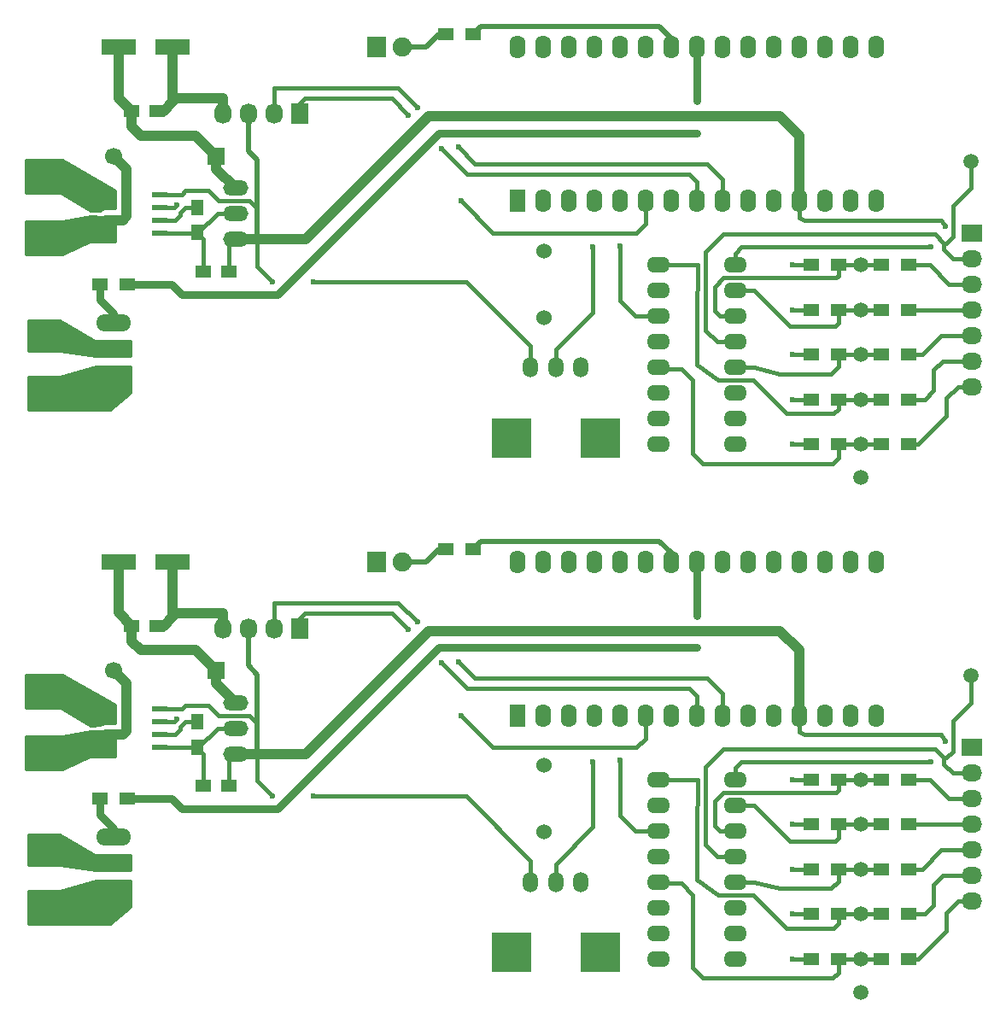
<source format=gbr>
G04 #@! TF.FileFunction,Copper,L1,Top,Signal*
%FSLAX46Y46*%
G04 Gerber Fmt 4.6, Leading zero omitted, Abs format (unit mm)*
G04 Created by KiCad (PCBNEW 4.0.4-stable) date 11/17/16 13:37:45*
%MOMM*%
%LPD*%
G01*
G04 APERTURE LIST*
%ADD10C,0.100000*%
%ADD11C,1.500000*%
%ADD12R,1.500000X1.300000*%
%ADD13R,3.000000X3.000000*%
%ADD14C,1.524000*%
%ADD15O,2.300000X1.600000*%
%ADD16R,1.574800X2.286000*%
%ADD17O,1.574800X2.286000*%
%ADD18O,2.499360X1.501140*%
%ADD19R,1.550000X0.600000*%
%ADD20O,1.524000X2.000000*%
%ADD21R,4.000000X4.000000*%
%ADD22O,3.500120X1.699260*%
%ADD23R,2.032000X1.727200*%
%ADD24O,2.032000X1.727200*%
%ADD25R,1.727200X2.032000*%
%ADD26O,1.727200X2.032000*%
%ADD27R,1.900000X2.000000*%
%ADD28C,1.900000*%
%ADD29C,1.699260*%
%ADD30R,1.699260X1.699260*%
%ADD31R,1.500000X1.250000*%
%ADD32R,3.500000X1.600000*%
%ADD33R,1.250000X1.500000*%
%ADD34C,0.600000*%
%ADD35C,0.406400*%
%ADD36C,1.016000*%
%ADD37C,0.762000*%
%ADD38C,0.508000*%
%ADD39C,0.254000*%
G04 APERTURE END LIST*
D10*
D11*
X95123000Y84147000D03*
X84201000Y56080000D03*
X84201000Y60525000D03*
X84201000Y64970000D03*
X84201000Y69415000D03*
X84201000Y73860000D03*
X84201000Y52778000D03*
D12*
X11510000Y71955000D03*
X8810000Y71955000D03*
D13*
X3175000Y61160000D03*
X3175000Y66875000D03*
X3175000Y82750000D03*
X3175000Y76400000D03*
D14*
X52832000Y75255000D03*
X52832000Y68655000D03*
D15*
X64135000Y73860000D03*
X64135000Y71320000D03*
X64135000Y68780000D03*
X64135000Y66240000D03*
X64135000Y63700000D03*
X64135000Y61160000D03*
X64135000Y58620000D03*
X64135000Y56080000D03*
X71755000Y56080000D03*
X71755000Y58620000D03*
X71755000Y61160000D03*
X71755000Y63700000D03*
X71755000Y66240000D03*
X71755000Y68780000D03*
X71755000Y71320000D03*
X71755000Y73860000D03*
D16*
X50165000Y80210000D03*
D17*
X52705000Y80210000D03*
X55245000Y80210000D03*
X57785000Y80210000D03*
X60325000Y80210000D03*
X62865000Y80210000D03*
X65405000Y80210000D03*
X67945000Y80210000D03*
X70485000Y80210000D03*
X73025000Y80210000D03*
X75565000Y80210000D03*
X78105000Y80210000D03*
X80645000Y80210000D03*
X83185000Y80210000D03*
X85725000Y80210000D03*
X85725000Y95450000D03*
X83185000Y95450000D03*
X80645000Y95450000D03*
X78105000Y95450000D03*
X75565000Y95450000D03*
X73025000Y95450000D03*
X70485000Y95450000D03*
X67945000Y95450000D03*
X65405000Y95450000D03*
X62865000Y95450000D03*
X60325000Y95450000D03*
X57785000Y95450000D03*
X55245000Y95450000D03*
X52705000Y95450000D03*
X50165000Y95450000D03*
D18*
X22225000Y78940000D03*
X22225000Y81480000D03*
X22225000Y76400000D03*
D19*
X9365000Y80845000D03*
X9365000Y79575000D03*
X9365000Y78305000D03*
X9365000Y77035000D03*
X14765000Y77035000D03*
X14765000Y78305000D03*
X14765000Y79575000D03*
X14765000Y80845000D03*
D20*
X56475000Y63700000D03*
X53975000Y63700000D03*
X51475000Y63700000D03*
D21*
X49575000Y56700000D03*
X58375000Y56700000D03*
D12*
X88980000Y56080000D03*
X86280000Y56080000D03*
X88980000Y60525000D03*
X86280000Y60525000D03*
X88980000Y64970000D03*
X86280000Y64970000D03*
X88980000Y69415000D03*
X86280000Y69415000D03*
X88980000Y73860000D03*
X86280000Y73860000D03*
X81995000Y56080000D03*
X79295000Y56080000D03*
X81995000Y60525000D03*
X79295000Y60525000D03*
X81995000Y64970000D03*
X79295000Y64970000D03*
X81995000Y69415000D03*
X79295000Y69415000D03*
X81995000Y73860000D03*
X79295000Y73860000D03*
X43100000Y96720000D03*
X45800000Y96720000D03*
D22*
X10160000Y65605000D03*
X10160000Y68145000D03*
X10160000Y63065000D03*
D23*
X95250000Y77035000D03*
D24*
X95250000Y74495000D03*
X95250000Y71955000D03*
X95250000Y69415000D03*
X95250000Y66875000D03*
X95250000Y64335000D03*
X95250000Y61795000D03*
D25*
X28575000Y88846000D03*
D26*
X26035000Y88846000D03*
X23495000Y88846000D03*
X20955000Y88846000D03*
D27*
X36195000Y95450000D03*
D28*
X38735000Y95450000D03*
D29*
X10159480Y84652460D03*
D30*
X20319480Y84652460D03*
D31*
X21570000Y73225000D03*
X19070000Y73225000D03*
D32*
X10635000Y95450000D03*
X16035000Y95450000D03*
D31*
X11958000Y89100000D03*
X14458000Y89100000D03*
D33*
X18415000Y77055000D03*
X18415000Y79555000D03*
X18415000Y26055000D03*
X18415000Y28555000D03*
D31*
X11958000Y38100000D03*
X14458000Y38100000D03*
D32*
X10635000Y44450000D03*
X16035000Y44450000D03*
D31*
X21570000Y22225000D03*
X19070000Y22225000D03*
D29*
X10159480Y33652460D03*
D30*
X20319480Y33652460D03*
D27*
X36195000Y44450000D03*
D28*
X38735000Y44450000D03*
D25*
X28575000Y37846000D03*
D26*
X26035000Y37846000D03*
X23495000Y37846000D03*
X20955000Y37846000D03*
D23*
X95250000Y26035000D03*
D24*
X95250000Y23495000D03*
X95250000Y20955000D03*
X95250000Y18415000D03*
X95250000Y15875000D03*
X95250000Y13335000D03*
X95250000Y10795000D03*
D22*
X10160000Y14605000D03*
X10160000Y17145000D03*
X10160000Y12065000D03*
D12*
X43100000Y45720000D03*
X45800000Y45720000D03*
X81995000Y22860000D03*
X79295000Y22860000D03*
X81995000Y18415000D03*
X79295000Y18415000D03*
X81995000Y13970000D03*
X79295000Y13970000D03*
X81995000Y9525000D03*
X79295000Y9525000D03*
X81995000Y5080000D03*
X79295000Y5080000D03*
X88980000Y22860000D03*
X86280000Y22860000D03*
X88980000Y18415000D03*
X86280000Y18415000D03*
X88980000Y13970000D03*
X86280000Y13970000D03*
X88980000Y9525000D03*
X86280000Y9525000D03*
X88980000Y5080000D03*
X86280000Y5080000D03*
D20*
X56475000Y12700000D03*
X53975000Y12700000D03*
X51475000Y12700000D03*
D21*
X49575000Y5700000D03*
X58375000Y5700000D03*
D19*
X9365000Y29845000D03*
X9365000Y28575000D03*
X9365000Y27305000D03*
X9365000Y26035000D03*
X14765000Y26035000D03*
X14765000Y27305000D03*
X14765000Y28575000D03*
X14765000Y29845000D03*
D18*
X22225000Y27940000D03*
X22225000Y30480000D03*
X22225000Y25400000D03*
D16*
X50165000Y29210000D03*
D17*
X52705000Y29210000D03*
X55245000Y29210000D03*
X57785000Y29210000D03*
X60325000Y29210000D03*
X62865000Y29210000D03*
X65405000Y29210000D03*
X67945000Y29210000D03*
X70485000Y29210000D03*
X73025000Y29210000D03*
X75565000Y29210000D03*
X78105000Y29210000D03*
X80645000Y29210000D03*
X83185000Y29210000D03*
X85725000Y29210000D03*
X85725000Y44450000D03*
X83185000Y44450000D03*
X80645000Y44450000D03*
X78105000Y44450000D03*
X75565000Y44450000D03*
X73025000Y44450000D03*
X70485000Y44450000D03*
X67945000Y44450000D03*
X65405000Y44450000D03*
X62865000Y44450000D03*
X60325000Y44450000D03*
X57785000Y44450000D03*
X55245000Y44450000D03*
X52705000Y44450000D03*
X50165000Y44450000D03*
D15*
X64135000Y22860000D03*
X64135000Y20320000D03*
X64135000Y17780000D03*
X64135000Y15240000D03*
X64135000Y12700000D03*
X64135000Y10160000D03*
X64135000Y7620000D03*
X64135000Y5080000D03*
X71755000Y5080000D03*
X71755000Y7620000D03*
X71755000Y10160000D03*
X71755000Y12700000D03*
X71755000Y15240000D03*
X71755000Y17780000D03*
X71755000Y20320000D03*
X71755000Y22860000D03*
D14*
X52832000Y24255000D03*
X52832000Y17655000D03*
D13*
X3175000Y25400000D03*
X3175000Y31750000D03*
X3175000Y15875000D03*
X3175000Y10160000D03*
D12*
X11510000Y20955000D03*
X8810000Y20955000D03*
D11*
X84201000Y1778000D03*
X84201000Y22860000D03*
X84201000Y18415000D03*
X84201000Y13970000D03*
X84201000Y9525000D03*
X84201000Y5080000D03*
X95123000Y33147000D03*
D34*
X77470000Y73860000D03*
X77470000Y64970000D03*
X77470000Y60525000D03*
X77470000Y56080000D03*
X77470000Y69415000D03*
X77470000Y18415000D03*
X77470000Y5080000D03*
X77470000Y9525000D03*
X77470000Y13970000D03*
X77470000Y22860000D03*
X29972000Y72209000D03*
X25908000Y72209000D03*
X91186000Y75638000D03*
X92583000Y77670000D03*
X92583000Y26670000D03*
X91186000Y24638000D03*
X25908000Y21209000D03*
X29972000Y21209000D03*
X39370000Y88719000D03*
X42672000Y85417000D03*
X42672000Y34417000D03*
X39370000Y37719000D03*
X44323000Y85544000D03*
X40259000Y89481000D03*
X40259000Y38481000D03*
X44323000Y34544000D03*
X16383000Y79829000D03*
X44577000Y80210000D03*
X44577000Y29210000D03*
X16383000Y28829000D03*
X57658000Y75638000D03*
X57658000Y24638000D03*
X60325000Y75765000D03*
X60325000Y24765000D03*
X67945000Y86941000D03*
X67945000Y90116000D03*
X67945000Y39116000D03*
X67945000Y35941000D03*
D35*
X77724000Y73860000D02*
X77470000Y73860000D01*
X79295000Y73860000D02*
X77724000Y73860000D01*
X79295000Y64970000D02*
X77470000Y64970000D01*
X79295000Y60525000D02*
X77470000Y60525000D01*
X79295000Y56080000D02*
X77470000Y56080000D01*
X79295000Y69415000D02*
X77470000Y69415000D01*
D36*
X16035000Y90022000D02*
X16035000Y95450000D01*
X15113000Y89100000D02*
X16035000Y90022000D01*
X14458000Y89100000D02*
X15113000Y89100000D01*
D35*
X19070000Y76400000D02*
X18415000Y77055000D01*
X19070000Y73225000D02*
X19070000Y76400000D01*
X18395000Y77035000D02*
X18415000Y77055000D01*
X14765000Y77035000D02*
X18395000Y77035000D01*
X20447000Y78940000D02*
X22225000Y78940000D01*
X18562000Y77055000D02*
X20447000Y78940000D01*
X18415000Y77055000D02*
X18562000Y77055000D01*
D36*
X20955000Y90370000D02*
X16383000Y90370000D01*
X16383000Y90370000D02*
X16035000Y90022000D01*
X20955000Y88846000D02*
X20955000Y90370000D01*
X20955000Y37846000D02*
X20955000Y39370000D01*
X16383000Y39370000D02*
X16035000Y39022000D01*
X20955000Y39370000D02*
X16383000Y39370000D01*
D35*
X18415000Y26055000D02*
X18562000Y26055000D01*
X18562000Y26055000D02*
X20447000Y27940000D01*
X20447000Y27940000D02*
X22225000Y27940000D01*
X14765000Y26035000D02*
X18395000Y26035000D01*
X18395000Y26035000D02*
X18415000Y26055000D01*
X19070000Y22225000D02*
X19070000Y25400000D01*
X19070000Y25400000D02*
X18415000Y26055000D01*
D36*
X14458000Y38100000D02*
X15113000Y38100000D01*
X15113000Y38100000D02*
X16035000Y39022000D01*
X16035000Y39022000D02*
X16035000Y44450000D01*
D35*
X79295000Y18415000D02*
X77470000Y18415000D01*
X79295000Y5080000D02*
X77470000Y5080000D01*
X79295000Y9525000D02*
X77470000Y9525000D01*
X79295000Y13970000D02*
X77470000Y13970000D01*
X79295000Y22860000D02*
X77724000Y22860000D01*
X77724000Y22860000D02*
X77470000Y22860000D01*
X17252000Y79555000D02*
X16764000Y79067000D01*
X16764000Y79067000D02*
X16764000Y78813000D01*
X16764000Y78813000D02*
X16256000Y78305000D01*
X16256000Y78305000D02*
X14765000Y78305000D01*
X18415000Y79555000D02*
X17252000Y79555000D01*
X18415000Y28555000D02*
X17252000Y28555000D01*
X16256000Y27305000D02*
X14765000Y27305000D01*
X16764000Y27813000D02*
X16256000Y27305000D01*
X16764000Y28067000D02*
X16764000Y27813000D01*
X17252000Y28555000D02*
X16764000Y28067000D01*
D36*
X20319480Y83385520D02*
X22225000Y81480000D01*
X20319480Y84652460D02*
X20319480Y83385520D01*
X10635000Y90423000D02*
X11958000Y89100000D01*
X10635000Y95450000D02*
X10635000Y90423000D01*
X11958000Y87556000D02*
X12827000Y86687000D01*
X12827000Y86687000D02*
X18284940Y86687000D01*
X18284940Y86687000D02*
X20319480Y84652460D01*
X11958000Y89100000D02*
X11958000Y87556000D01*
X11958000Y38100000D02*
X11958000Y36556000D01*
X18284940Y35687000D02*
X20319480Y33652460D01*
X12827000Y35687000D02*
X18284940Y35687000D01*
X11958000Y36556000D02*
X12827000Y35687000D01*
X10635000Y44450000D02*
X10635000Y39423000D01*
X10635000Y39423000D02*
X11958000Y38100000D01*
X20319480Y33652460D02*
X20319480Y32385520D01*
X20319480Y32385520D02*
X22225000Y30480000D01*
X29210000Y76400000D02*
X41402000Y88592000D01*
X41402000Y88592000D02*
X76200000Y88592000D01*
X76200000Y88592000D02*
X78105000Y86687000D01*
X78105000Y86687000D02*
X78105000Y80210000D01*
X24384000Y76400000D02*
X29210000Y76400000D01*
X22225000Y76400000D02*
X24384000Y76400000D01*
D35*
X21570000Y75745000D02*
X22225000Y76400000D01*
X21570000Y73225000D02*
X21570000Y75745000D01*
X16891000Y80845000D02*
X17272000Y81226000D01*
X17272000Y81226000D02*
X19558000Y81226000D01*
X19558000Y81226000D02*
X20574000Y80210000D01*
X20574000Y80210000D02*
X23622000Y80210000D01*
X23622000Y80210000D02*
X24384000Y79448000D01*
X24384000Y76781000D02*
X24384000Y76400000D01*
X24384000Y79448000D02*
X24384000Y76781000D01*
X14765000Y80845000D02*
X16891000Y80845000D01*
D37*
X23495000Y88211000D02*
X23495000Y88719000D01*
D35*
X51475000Y65819000D02*
X45085000Y72209000D01*
X45085000Y72209000D02*
X29972000Y72209000D01*
X25908000Y72209000D02*
X24384000Y73733000D01*
X24384000Y73733000D02*
X24384000Y76400000D01*
X51475000Y63700000D02*
X51475000Y65819000D01*
X71755000Y75003000D02*
X72390000Y75638000D01*
X72390000Y75638000D02*
X91186000Y75638000D01*
X92583000Y77670000D02*
X92202000Y78305000D01*
X92202000Y78305000D02*
X78613000Y78305000D01*
X78613000Y78305000D02*
X78105000Y78559000D01*
X78105000Y78559000D02*
X78105000Y80210000D01*
X71755000Y73860000D02*
X71755000Y75003000D01*
D38*
X23495000Y85163000D02*
X24384000Y84274000D01*
X24384000Y84274000D02*
X24384000Y76400000D01*
X23495000Y88846000D02*
X23495000Y85163000D01*
X23495000Y37846000D02*
X23495000Y34163000D01*
X24384000Y33274000D02*
X24384000Y25400000D01*
X23495000Y34163000D02*
X24384000Y33274000D01*
D35*
X71755000Y22860000D02*
X71755000Y24003000D01*
X78105000Y27559000D02*
X78105000Y29210000D01*
X78613000Y27305000D02*
X78105000Y27559000D01*
X92202000Y27305000D02*
X78613000Y27305000D01*
X92583000Y26670000D02*
X92202000Y27305000D01*
X72390000Y24638000D02*
X91186000Y24638000D01*
X71755000Y24003000D02*
X72390000Y24638000D01*
X51475000Y12700000D02*
X51475000Y14819000D01*
X24384000Y22733000D02*
X24384000Y25400000D01*
X25908000Y21209000D02*
X24384000Y22733000D01*
X45085000Y21209000D02*
X29972000Y21209000D01*
X51475000Y14819000D02*
X45085000Y21209000D01*
D37*
X23495000Y37211000D02*
X23495000Y37719000D01*
D35*
X14765000Y29845000D02*
X16891000Y29845000D01*
X24384000Y28448000D02*
X24384000Y25781000D01*
X24384000Y25781000D02*
X24384000Y25400000D01*
X23622000Y29210000D02*
X24384000Y28448000D01*
X20574000Y29210000D02*
X23622000Y29210000D01*
X19558000Y30226000D02*
X20574000Y29210000D01*
X17272000Y30226000D02*
X19558000Y30226000D01*
X16891000Y29845000D02*
X17272000Y30226000D01*
X21570000Y22225000D02*
X21570000Y24745000D01*
X21570000Y24745000D02*
X22225000Y25400000D01*
D36*
X22225000Y25400000D02*
X24384000Y25400000D01*
X24384000Y25400000D02*
X29210000Y25400000D01*
X78105000Y35687000D02*
X78105000Y29210000D01*
X76200000Y37592000D02*
X78105000Y35687000D01*
X41402000Y37592000D02*
X76200000Y37592000D01*
X29210000Y25400000D02*
X41402000Y37592000D01*
D38*
X41148000Y95450000D02*
X38735000Y95450000D01*
X42418000Y96720000D02*
X41148000Y95450000D01*
X43100000Y96720000D02*
X42418000Y96720000D01*
X43100000Y45720000D02*
X42418000Y45720000D01*
X42418000Y45720000D02*
X41148000Y44450000D01*
X41148000Y44450000D02*
X38735000Y44450000D01*
D35*
X37719000Y90370000D02*
X39370000Y88719000D01*
X42672000Y85417000D02*
X45212000Y82877000D01*
X45212000Y82877000D02*
X67183000Y82877000D01*
X67183000Y82877000D02*
X67945000Y82115000D01*
X67945000Y82115000D02*
X67945000Y80210000D01*
X29083000Y90370000D02*
X37719000Y90370000D01*
X30353000Y90370000D02*
X29083000Y90370000D01*
X28575000Y89862000D02*
X29083000Y90370000D01*
X28575000Y88846000D02*
X28575000Y89862000D01*
X28575000Y37846000D02*
X28575000Y38862000D01*
X28575000Y38862000D02*
X29083000Y39370000D01*
X30353000Y39370000D02*
X29083000Y39370000D01*
X29083000Y39370000D02*
X37719000Y39370000D01*
X67945000Y31115000D02*
X67945000Y29210000D01*
X67183000Y31877000D02*
X67945000Y31115000D01*
X45212000Y31877000D02*
X67183000Y31877000D01*
X42672000Y34417000D02*
X45212000Y31877000D01*
X37719000Y39370000D02*
X39370000Y37719000D01*
X26035000Y90370000D02*
X26035000Y91386000D01*
X70485000Y82369000D02*
X70485000Y80210000D01*
X68961000Y83893000D02*
X70485000Y82369000D01*
X45974000Y83893000D02*
X68961000Y83893000D01*
X44323000Y85544000D02*
X45974000Y83893000D01*
X38354000Y91386000D02*
X40259000Y89481000D01*
X32385000Y91386000D02*
X38354000Y91386000D01*
X28066712Y91375307D02*
X32385000Y91386000D01*
X26035000Y91386000D02*
X28066712Y91375307D01*
X26035000Y91386000D02*
X26035000Y91386000D01*
X26035000Y88846000D02*
X26035000Y90370000D01*
X26035000Y37846000D02*
X26035000Y39370000D01*
X26035000Y40386000D02*
X26035000Y40386000D01*
X26035000Y40386000D02*
X28066712Y40375307D01*
X28066712Y40375307D02*
X32385000Y40386000D01*
X32385000Y40386000D02*
X38354000Y40386000D01*
X38354000Y40386000D02*
X40259000Y38481000D01*
X44323000Y34544000D02*
X45974000Y32893000D01*
X45974000Y32893000D02*
X68961000Y32893000D01*
X68961000Y32893000D02*
X70485000Y31369000D01*
X70485000Y31369000D02*
X70485000Y29210000D01*
X26035000Y39370000D02*
X26035000Y40386000D01*
X91059000Y73860000D02*
X92964000Y71955000D01*
X92964000Y71955000D02*
X95250000Y71955000D01*
X88980000Y73860000D02*
X91059000Y73860000D01*
X88980000Y22860000D02*
X91059000Y22860000D01*
X92964000Y20955000D02*
X95250000Y20955000D01*
X91059000Y22860000D02*
X92964000Y20955000D01*
X88980000Y69415000D02*
X95250000Y69415000D01*
X88980000Y18415000D02*
X95250000Y18415000D01*
X90297000Y64970000D02*
X92202000Y66875000D01*
X92202000Y66875000D02*
X95250000Y66875000D01*
X88980000Y64970000D02*
X90297000Y64970000D01*
X88980000Y13970000D02*
X90297000Y13970000D01*
X92202000Y15875000D02*
X95250000Y15875000D01*
X90297000Y13970000D02*
X92202000Y15875000D01*
X90551000Y60525000D02*
X91440000Y61414000D01*
X91440000Y61414000D02*
X91440000Y63446000D01*
X91440000Y63446000D02*
X92329000Y64335000D01*
X92329000Y64335000D02*
X95250000Y64335000D01*
X88980000Y60525000D02*
X90551000Y60525000D01*
X88980000Y9525000D02*
X90551000Y9525000D01*
X92329000Y13335000D02*
X95250000Y13335000D01*
X91440000Y12446000D02*
X92329000Y13335000D01*
X91440000Y10414000D02*
X91440000Y12446000D01*
X90551000Y9525000D02*
X91440000Y10414000D01*
X93853000Y61795000D02*
X92710000Y60652000D01*
X92710000Y60652000D02*
X92710000Y58874000D01*
X92710000Y58874000D02*
X89916000Y56080000D01*
X89916000Y56080000D02*
X88980000Y56080000D01*
X95250000Y61795000D02*
X93853000Y61795000D01*
X95250000Y10795000D02*
X93853000Y10795000D01*
X89916000Y5080000D02*
X88980000Y5080000D01*
X92710000Y7874000D02*
X89916000Y5080000D01*
X92710000Y9652000D02*
X92710000Y7874000D01*
X93853000Y10795000D02*
X92710000Y9652000D01*
D37*
X10160000Y69034000D02*
X8810000Y70384000D01*
X8810000Y70384000D02*
X8810000Y71955000D01*
X10160000Y68145000D02*
X10160000Y69034000D01*
X10160000Y17145000D02*
X10160000Y18034000D01*
X8810000Y19384000D02*
X8810000Y20955000D01*
X10160000Y18034000D02*
X8810000Y19384000D01*
D38*
X46562000Y97482000D02*
X45800000Y96720000D01*
X64262000Y97482000D02*
X46562000Y97482000D01*
X65405000Y96339000D02*
X64262000Y97482000D01*
X65405000Y95450000D02*
X65405000Y96339000D01*
X65405000Y44450000D02*
X65405000Y45339000D01*
X65405000Y45339000D02*
X64262000Y46482000D01*
X64262000Y46482000D02*
X46562000Y46482000D01*
X46562000Y46482000D02*
X45800000Y45720000D01*
D35*
X16129000Y79575000D02*
X16383000Y79829000D01*
X44577000Y80210000D02*
X47752000Y77035000D01*
X47752000Y77035000D02*
X61976000Y77035000D01*
X61976000Y77035000D02*
X62865000Y77924000D01*
X62865000Y77924000D02*
X62865000Y80210000D01*
X14765000Y79575000D02*
X16129000Y79575000D01*
X14765000Y28575000D02*
X16129000Y28575000D01*
X62865000Y26924000D02*
X62865000Y29210000D01*
X61976000Y26035000D02*
X62865000Y26924000D01*
X47752000Y26035000D02*
X61976000Y26035000D01*
X44577000Y29210000D02*
X47752000Y26035000D01*
X16129000Y28575000D02*
X16383000Y28829000D01*
X53975000Y65478000D02*
X57658000Y69161000D01*
X57658000Y69161000D02*
X57658000Y75638000D01*
X53975000Y63700000D02*
X53975000Y65478000D01*
X53975000Y12700000D02*
X53975000Y14478000D01*
X57658000Y18161000D02*
X57658000Y24638000D01*
X53975000Y14478000D02*
X57658000Y18161000D01*
X61849000Y68780000D02*
X60325000Y70304000D01*
X60325000Y70304000D02*
X60325000Y75765000D01*
X64135000Y68780000D02*
X61849000Y68780000D01*
X64135000Y17780000D02*
X61849000Y17780000D01*
X60325000Y19304000D02*
X60325000Y24765000D01*
X61849000Y17780000D02*
X60325000Y19304000D01*
D36*
X11049000Y78305000D02*
X11430000Y78686000D01*
X11430000Y78686000D02*
X11430000Y83381940D01*
X11430000Y83381940D02*
X10159480Y84652460D01*
X9365000Y78305000D02*
X11049000Y78305000D01*
X9365000Y27305000D02*
X11049000Y27305000D01*
X11430000Y32381940D02*
X10159480Y33652460D01*
X11430000Y27686000D02*
X11430000Y32381940D01*
X11049000Y27305000D02*
X11430000Y27686000D01*
D37*
X15875000Y71955000D02*
X16891000Y70939000D01*
X16891000Y70939000D02*
X26416000Y70939000D01*
X26416000Y70939000D02*
X42418000Y86941000D01*
X42418000Y86941000D02*
X67945000Y86941000D01*
X67945000Y90116000D02*
X67945000Y95450000D01*
X11510000Y71955000D02*
X15875000Y71955000D01*
X11510000Y20955000D02*
X15875000Y20955000D01*
X67945000Y39116000D02*
X67945000Y44450000D01*
X42418000Y35941000D02*
X67945000Y35941000D01*
X26416000Y19939000D02*
X42418000Y35941000D01*
X16891000Y19939000D02*
X26416000Y19939000D01*
X15875000Y20955000D02*
X16891000Y19939000D01*
D35*
X93345000Y74495000D02*
X92456000Y75384000D01*
X92456000Y75384000D02*
X92456000Y76019000D01*
X92456000Y76019000D02*
X91567000Y76908000D01*
X91567000Y76908000D02*
X83820000Y76908000D01*
X95250000Y74495000D02*
X93345000Y74495000D01*
X70612000Y76908000D02*
X68834000Y75130000D01*
X68834000Y75130000D02*
X68834000Y67383000D01*
X68834000Y67383000D02*
X69977000Y66240000D01*
X69977000Y66240000D02*
X71755000Y66240000D01*
X83820000Y76908000D02*
X70612000Y76908000D01*
X92710000Y76019000D02*
X93345000Y76654000D01*
X93345000Y76654000D02*
X93345000Y79702000D01*
X93345000Y79702000D02*
X95123000Y81480000D01*
X95123000Y81480000D02*
X95123000Y84147000D01*
X92456000Y76019000D02*
X92710000Y76019000D01*
X92456000Y25019000D02*
X92710000Y25019000D01*
X95123000Y30480000D02*
X95123000Y33147000D01*
X93345000Y28702000D02*
X95123000Y30480000D01*
X93345000Y25654000D02*
X93345000Y28702000D01*
X92710000Y25019000D02*
X93345000Y25654000D01*
X83820000Y25908000D02*
X70612000Y25908000D01*
X69977000Y15240000D02*
X71755000Y15240000D01*
X68834000Y16383000D02*
X69977000Y15240000D01*
X68834000Y24130000D02*
X68834000Y16383000D01*
X70612000Y25908000D02*
X68834000Y24130000D01*
X95250000Y23495000D02*
X93345000Y23495000D01*
X91567000Y25908000D02*
X83820000Y25908000D01*
X92456000Y25019000D02*
X91567000Y25908000D01*
X92456000Y24384000D02*
X92456000Y25019000D01*
X93345000Y23495000D02*
X92456000Y24384000D01*
X70231000Y68780000D02*
X71755000Y68780000D01*
X69723000Y69288000D02*
X70231000Y68780000D01*
X69723000Y71701000D02*
X69723000Y69288000D01*
X70612000Y72590000D02*
X69723000Y71701000D01*
X81788000Y72590000D02*
X70612000Y72590000D01*
X81995000Y72797000D02*
X81788000Y72590000D01*
X81995000Y73860000D02*
X81995000Y72797000D01*
X86280000Y73860000D02*
X84201000Y73860000D01*
X84201000Y73860000D02*
X81995000Y73860000D01*
X84201000Y22860000D02*
X81995000Y22860000D01*
X86280000Y22860000D02*
X84201000Y22860000D01*
X81995000Y22860000D02*
X81995000Y21797000D01*
X81995000Y21797000D02*
X81788000Y21590000D01*
X81788000Y21590000D02*
X70612000Y21590000D01*
X70612000Y21590000D02*
X69723000Y20701000D01*
X69723000Y20701000D02*
X69723000Y18288000D01*
X69723000Y18288000D02*
X70231000Y17780000D01*
X70231000Y17780000D02*
X71755000Y17780000D01*
X73660000Y71320000D02*
X71755000Y71320000D01*
X77216000Y67764000D02*
X73660000Y71320000D01*
X81661000Y67764000D02*
X77216000Y67764000D01*
X81995000Y68098000D02*
X81661000Y67764000D01*
X81995000Y69415000D02*
X81995000Y68098000D01*
X86280000Y69415000D02*
X84201000Y69415000D01*
X84201000Y69415000D02*
X81995000Y69415000D01*
X84201000Y18415000D02*
X81995000Y18415000D01*
X86280000Y18415000D02*
X84201000Y18415000D01*
X81995000Y18415000D02*
X81995000Y17098000D01*
X81995000Y17098000D02*
X81661000Y16764000D01*
X81661000Y16764000D02*
X77216000Y16764000D01*
X77216000Y16764000D02*
X73660000Y20320000D01*
X73660000Y20320000D02*
X71755000Y20320000D01*
X73660000Y63700000D02*
X71755000Y63700000D01*
X76200000Y63065000D02*
X73660000Y63700000D01*
X81280000Y63065000D02*
X76200000Y63065000D01*
X81995000Y63780000D02*
X81280000Y63065000D01*
X81995000Y64970000D02*
X81995000Y63780000D01*
X86280000Y64970000D02*
X84201000Y64970000D01*
X84201000Y64970000D02*
X81995000Y64970000D01*
X84201000Y13970000D02*
X81995000Y13970000D01*
X86280000Y13970000D02*
X84201000Y13970000D01*
X81995000Y13970000D02*
X81995000Y12780000D01*
X81995000Y12780000D02*
X81280000Y12065000D01*
X81280000Y12065000D02*
X76200000Y12065000D01*
X76200000Y12065000D02*
X73660000Y12700000D01*
X73660000Y12700000D02*
X71755000Y12700000D01*
X68072000Y73860000D02*
X64135000Y73860000D01*
X67945000Y68653000D02*
X68072000Y73860000D01*
X67995382Y63953179D02*
X67945000Y68653000D01*
X70104000Y62430000D02*
X67995382Y63953179D01*
X73533000Y62430000D02*
X70104000Y62430000D01*
X76835000Y59128000D02*
X73533000Y62430000D01*
X81534000Y59128000D02*
X76835000Y59128000D01*
X81995000Y59589000D02*
X81534000Y59128000D01*
X81995000Y60525000D02*
X81995000Y59589000D01*
X86280000Y60525000D02*
X84201000Y60525000D01*
X84201000Y60525000D02*
X81995000Y60525000D01*
X84201000Y9525000D02*
X81995000Y9525000D01*
X86280000Y9525000D02*
X84201000Y9525000D01*
X81995000Y9525000D02*
X81995000Y8589000D01*
X81995000Y8589000D02*
X81534000Y8128000D01*
X81534000Y8128000D02*
X76835000Y8128000D01*
X76835000Y8128000D02*
X73533000Y11430000D01*
X73533000Y11430000D02*
X70104000Y11430000D01*
X70104000Y11430000D02*
X67995382Y12953179D01*
X67995382Y12953179D02*
X67945000Y17653000D01*
X67945000Y17653000D02*
X68072000Y22860000D01*
X68072000Y22860000D02*
X64135000Y22860000D01*
X64262000Y63573000D02*
X64135000Y63700000D01*
X66421000Y63573000D02*
X64262000Y63573000D01*
X67564000Y62430000D02*
X66421000Y63573000D01*
X67564000Y55191000D02*
X67564000Y62430000D01*
X68580000Y54175000D02*
X67564000Y55191000D01*
X81440000Y54175000D02*
X68580000Y54175000D01*
X81995000Y54730000D02*
X81440000Y54175000D01*
X81995000Y56080000D02*
X81995000Y54730000D01*
X86280000Y56080000D02*
X84201000Y56080000D01*
X84201000Y56080000D02*
X81995000Y56080000D01*
X84201000Y5080000D02*
X81995000Y5080000D01*
X86280000Y5080000D02*
X84201000Y5080000D01*
X81995000Y5080000D02*
X81995000Y3730000D01*
X81995000Y3730000D02*
X81440000Y3175000D01*
X81440000Y3175000D02*
X68580000Y3175000D01*
X68580000Y3175000D02*
X67564000Y4191000D01*
X67564000Y4191000D02*
X67564000Y11430000D01*
X67564000Y11430000D02*
X66421000Y12573000D01*
X66421000Y12573000D02*
X64262000Y12573000D01*
X64262000Y12573000D02*
X64135000Y12700000D01*
D39*
G36*
X10287000Y30279299D02*
X10287000Y28448000D01*
X9365000Y28448000D01*
X8927593Y28360994D01*
X8765130Y28252440D01*
X8590000Y28252440D01*
X8354683Y28208162D01*
X8332675Y28194000D01*
X7908335Y28194000D01*
X4889992Y29954700D01*
X4826000Y29972000D01*
X1397000Y29972000D01*
X1397000Y33274000D01*
X5046273Y33274000D01*
X10287000Y30279299D01*
X10287000Y30279299D01*
G37*
X10287000Y30279299D02*
X10287000Y28448000D01*
X9365000Y28448000D01*
X8927593Y28360994D01*
X8765130Y28252440D01*
X8590000Y28252440D01*
X8354683Y28208162D01*
X8332675Y28194000D01*
X7908335Y28194000D01*
X4889992Y29954700D01*
X4826000Y29972000D01*
X1397000Y29972000D01*
X1397000Y33274000D01*
X5046273Y33274000D01*
X10287000Y30279299D01*
G36*
X8338110Y27678569D02*
X8590000Y27627560D01*
X10140000Y27627560D01*
X10287000Y27655220D01*
X10287000Y25146000D01*
X7874000Y25146000D01*
X7821447Y25134617D01*
X5052490Y23876000D01*
X1397000Y23876000D01*
X1397000Y27178000D01*
X5080000Y27178000D01*
X5102718Y27180049D01*
X7885449Y27686000D01*
X8327234Y27686000D01*
X8338110Y27678569D01*
X8338110Y27678569D01*
G37*
X8338110Y27678569D02*
X8590000Y27627560D01*
X10140000Y27627560D01*
X10287000Y27655220D01*
X10287000Y25146000D01*
X7874000Y25146000D01*
X7821447Y25134617D01*
X5052490Y23876000D01*
X1397000Y23876000D01*
X1397000Y27178000D01*
X5080000Y27178000D01*
X5102718Y27180049D01*
X7885449Y27686000D01*
X8327234Y27686000D01*
X8338110Y27678569D01*
G36*
X11811000Y10217628D02*
X9858282Y8509000D01*
X1651000Y8509000D01*
X1651000Y11811000D01*
X4826000Y11811000D01*
X4860890Y11815886D01*
X8399789Y12827000D01*
X11811000Y12827000D01*
X11811000Y10217628D01*
X11811000Y10217628D01*
G37*
X11811000Y10217628D02*
X9858282Y8509000D01*
X1651000Y8509000D01*
X1651000Y11811000D01*
X4826000Y11811000D01*
X4860890Y11815886D01*
X8399789Y12827000D01*
X11811000Y12827000D01*
X11811000Y10217628D01*
G36*
X8318990Y15383733D02*
X8382000Y15367000D01*
X11811000Y15367000D01*
X11811000Y13843000D01*
X8391029Y13843000D01*
X4843961Y14349724D01*
X4826000Y14351000D01*
X1651000Y14351000D01*
X1651000Y17399000D01*
X4792273Y17399000D01*
X8318990Y15383733D01*
X8318990Y15383733D01*
G37*
X8318990Y15383733D02*
X8382000Y15367000D01*
X11811000Y15367000D01*
X11811000Y13843000D01*
X8391029Y13843000D01*
X4843961Y14349724D01*
X4826000Y14351000D01*
X1651000Y14351000D01*
X1651000Y17399000D01*
X4792273Y17399000D01*
X8318990Y15383733D01*
G36*
X10287000Y81279299D02*
X10287000Y79448000D01*
X9365000Y79448000D01*
X8927593Y79360994D01*
X8765130Y79252440D01*
X8590000Y79252440D01*
X8354683Y79208162D01*
X8332675Y79194000D01*
X7908335Y79194000D01*
X4889992Y80954700D01*
X4826000Y80972000D01*
X1397000Y80972000D01*
X1397000Y84274000D01*
X5046273Y84274000D01*
X10287000Y81279299D01*
X10287000Y81279299D01*
G37*
X10287000Y81279299D02*
X10287000Y79448000D01*
X9365000Y79448000D01*
X8927593Y79360994D01*
X8765130Y79252440D01*
X8590000Y79252440D01*
X8354683Y79208162D01*
X8332675Y79194000D01*
X7908335Y79194000D01*
X4889992Y80954700D01*
X4826000Y80972000D01*
X1397000Y80972000D01*
X1397000Y84274000D01*
X5046273Y84274000D01*
X10287000Y81279299D01*
G36*
X8338110Y78678569D02*
X8590000Y78627560D01*
X10140000Y78627560D01*
X10287000Y78655220D01*
X10287000Y76146000D01*
X7874000Y76146000D01*
X7821447Y76134617D01*
X5052490Y74876000D01*
X1397000Y74876000D01*
X1397000Y78178000D01*
X5080000Y78178000D01*
X5102718Y78180049D01*
X7885449Y78686000D01*
X8327234Y78686000D01*
X8338110Y78678569D01*
X8338110Y78678569D01*
G37*
X8338110Y78678569D02*
X8590000Y78627560D01*
X10140000Y78627560D01*
X10287000Y78655220D01*
X10287000Y76146000D01*
X7874000Y76146000D01*
X7821447Y76134617D01*
X5052490Y74876000D01*
X1397000Y74876000D01*
X1397000Y78178000D01*
X5080000Y78178000D01*
X5102718Y78180049D01*
X7885449Y78686000D01*
X8327234Y78686000D01*
X8338110Y78678569D01*
G36*
X11811000Y61217628D02*
X9858282Y59509000D01*
X1651000Y59509000D01*
X1651000Y62811000D01*
X4826000Y62811000D01*
X4860890Y62815886D01*
X8399789Y63827000D01*
X11811000Y63827000D01*
X11811000Y61217628D01*
X11811000Y61217628D01*
G37*
X11811000Y61217628D02*
X9858282Y59509000D01*
X1651000Y59509000D01*
X1651000Y62811000D01*
X4826000Y62811000D01*
X4860890Y62815886D01*
X8399789Y63827000D01*
X11811000Y63827000D01*
X11811000Y61217628D01*
G36*
X8318990Y66383733D02*
X8382000Y66367000D01*
X11811000Y66367000D01*
X11811000Y64843000D01*
X8391029Y64843000D01*
X4843961Y65349724D01*
X4826000Y65351000D01*
X1651000Y65351000D01*
X1651000Y68399000D01*
X4792273Y68399000D01*
X8318990Y66383733D01*
X8318990Y66383733D01*
G37*
X8318990Y66383733D02*
X8382000Y66367000D01*
X11811000Y66367000D01*
X11811000Y64843000D01*
X8391029Y64843000D01*
X4843961Y65349724D01*
X4826000Y65351000D01*
X1651000Y65351000D01*
X1651000Y68399000D01*
X4792273Y68399000D01*
X8318990Y66383733D01*
M02*

</source>
